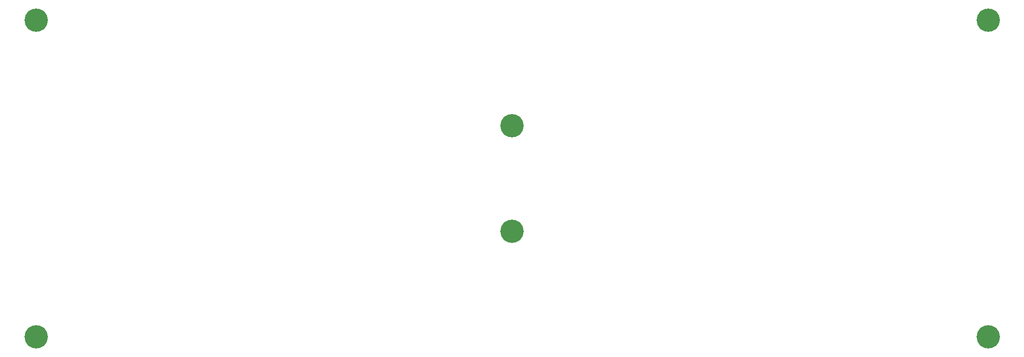
<source format=gbl>
G04 #@! TF.GenerationSoftware,KiCad,Pcbnew,(5.1.10-1-10_14)*
G04 #@! TF.CreationDate,2021-10-07T22:12:16+10:00*
G04 #@! TF.ProjectId,WTL-62-TOP,57544c2d-3632-42d5-944f-502e6b696361,rev?*
G04 #@! TF.SameCoordinates,Original*
G04 #@! TF.FileFunction,Copper,L2,Bot*
G04 #@! TF.FilePolarity,Positive*
%FSLAX46Y46*%
G04 Gerber Fmt 4.6, Leading zero omitted, Abs format (unit mm)*
G04 Created by KiCad (PCBNEW (5.1.10-1-10_14)) date 2021-10-07 22:12:16*
%MOMM*%
%LPD*%
G01*
G04 APERTURE LIST*
G04 #@! TA.AperFunction,ComponentPad*
%ADD10C,4.200000*%
G04 #@! TD*
G04 APERTURE END LIST*
D10*
X150018750Y-142875000D03*
X150018750Y-123825000D03*
X235743750Y-104775000D03*
X235743750Y-161925000D03*
X64293750Y-161925000D03*
X64293750Y-104775000D03*
M02*

</source>
